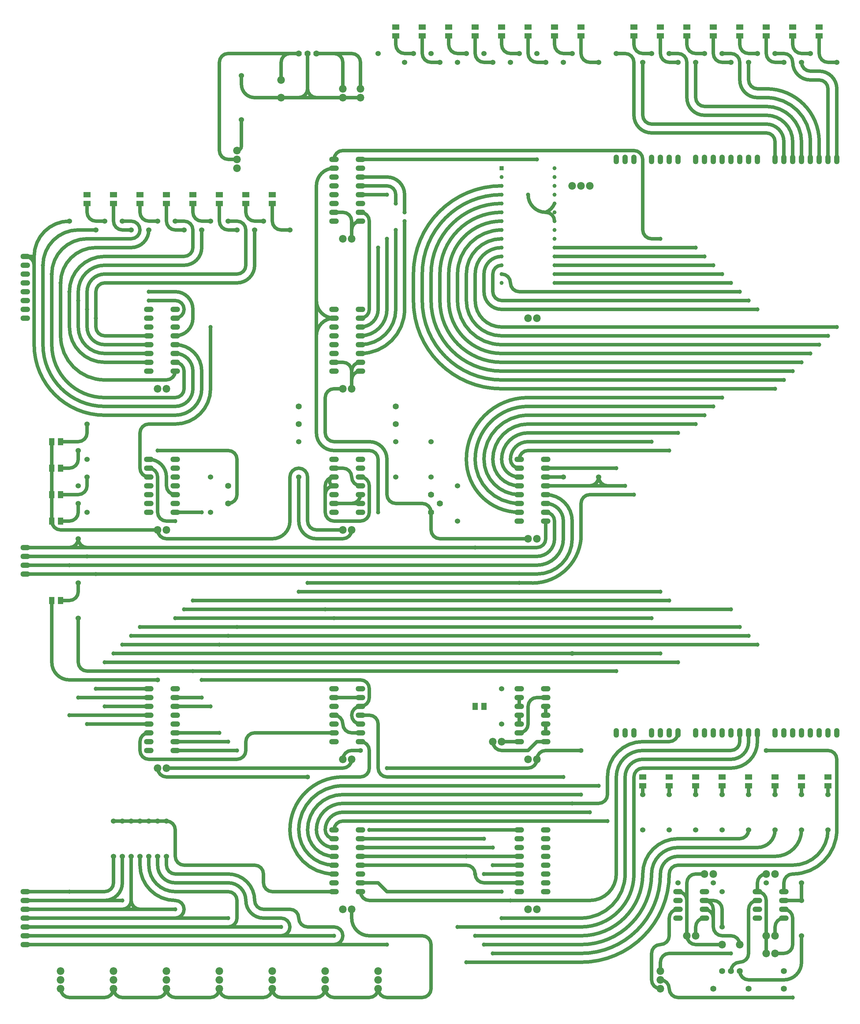
<source format=gbr>
G04 DesignSpark PCB Gerber Version 10.0 Build 5299*
%FSLAX35Y35*%
%MOIN*%
%ADD78O,0.06000X0.11000*%
%ADD84R,0.06000X0.08000*%
%ADD79R,0.04563X0.04563*%
%ADD11C,0.03937*%
%ADD80C,0.04563*%
%ADD76C,0.04800*%
%ADD77C,0.05600*%
%ADD81O,0.11000X0.06000*%
%ADD83R,0.08000X0.06000*%
%ADD71C,0.06000*%
%ADD18C,0.06890*%
%ADD82C,0.07000*%
%ADD20C,0.08661*%
X0Y0D02*
D02*
D11*
X20250Y500250D02*
X100250D01*
X20250Y520250D02*
X90250D01*
X20250Y860250D02*
G75*
G02*
X30250Y850250I0J-10000D01*
G01*
X20250Y860250D02*
X30250D01*
Y850250D02*
Y760250D01*
G75*
G03*
X110250Y680250I80000J0D01*
G01*
X190250D01*
G75*
G03*
X220250Y710250I0J30000D01*
G01*
Y730250D01*
G75*
G03*
X190250Y760250I-30000J0D01*
G01*
X30250Y860250D02*
G75*
G02*
X70250Y900250I40000J0D01*
G01*
X30250Y860250D02*
Y850250D01*
X40250D02*
G75*
G02*
X80250Y890250I40000J0D01*
G01*
X100250D01*
X50250Y560250D02*
G75*
G03*
X60250Y550250I10000J0D01*
G01*
X170250D01*
X50250Y560250D02*
Y590250D01*
Y620250D01*
Y650250D01*
Y840250D02*
G75*
G02*
X90250Y880250I40000J0D01*
G01*
X140250D01*
G75*
G03*
X150250Y890250I0J10000D01*
G01*
G75*
G03*
X140250Y900250I-10000J0D01*
G01*
X130250D01*
X60250Y30250D02*
G75*
G03*
X70250Y20250I10000J0D01*
G01*
X110250D01*
G75*
G03*
X120250Y30250I0J10000D01*
G01*
X60250Y470250D02*
X70250D01*
G75*
G03*
X80250Y480250I0J10000D01*
G01*
Y490250D01*
X60250Y830250D02*
G75*
G02*
X100250Y870250I40000J0D01*
G01*
X140250D01*
G75*
G03*
X160250Y890250I0J20000D01*
G01*
X70250Y140250D02*
X110250D01*
G75*
G03*
X120250Y150250I0J10000D01*
G01*
Y180250D01*
X70250Y140250D02*
X20250D01*
X70250Y340250D02*
X160250D01*
X70250Y510250D02*
X20250D01*
X70250Y530250D02*
X20250D01*
X70250Y820250D02*
G75*
G02*
X110250Y860250I40000J0D01*
G01*
X200250D01*
G75*
G03*
X210250Y870250I0J10000D01*
G01*
Y890250D01*
G75*
G03*
X200250Y900250I-10000J0D01*
G01*
X190250D01*
X80250Y360250D02*
X160250D01*
X80250Y450250D02*
Y400250D01*
G75*
G03*
X90250Y390250I10000J0D01*
G01*
X210250D01*
X80250Y540250D02*
G75*
G03*
X90250Y530250I10000J0D01*
G01*
X80250Y540250D02*
G75*
G02*
X70250Y530250I-10000J0D01*
G01*
X80250Y580250D02*
Y570250D01*
G75*
G02*
X70250Y560250I-10000J0D01*
G01*
X60250D01*
X80250Y640250D02*
Y630250D01*
G75*
G02*
X70250Y620250I-10000J0D01*
G01*
X60250D01*
X80250Y810250D02*
Y820250D01*
G75*
G02*
X110250Y850250I30000J0D01*
G01*
X200250D01*
G75*
G03*
X220250Y870250I0J20000D01*
G01*
Y890250D01*
X90250Y330250D02*
X160250D01*
X90250Y520250D02*
X600250D01*
G75*
G03*
X620250Y540250I0J20000D01*
G01*
Y560250D01*
G75*
G03*
X610250Y570250I-10000J0D01*
G01*
X90250Y530250D02*
X70250D01*
X90250Y610250D02*
Y600250D01*
G75*
G02*
X80250Y590250I-10000J0D01*
G01*
X60250D01*
X90250Y670250D02*
Y660250D01*
G75*
G02*
X80250Y650250I-10000J0D01*
G01*
X60250D01*
X90250Y800250D02*
Y820250D01*
G75*
G02*
X110250Y840250I20000J0D01*
G01*
X260250D01*
G75*
G03*
X270250Y850250I0J10000D01*
G01*
Y890250D01*
G75*
G03*
X260250Y900250I-10000J0D01*
G01*
X250250D01*
X100250Y370250D02*
X160250D01*
X100250Y500250D02*
X600250D01*
G75*
G03*
X640250Y540250I0J40000D01*
G01*
Y560250D01*
G75*
G03*
X610250Y590250I-30000J0D01*
G01*
X100250Y790250D02*
Y820250D01*
G75*
G02*
X110250Y830250I10000J0D01*
G01*
X260250D01*
G75*
G03*
X280250Y850250I0J20000D01*
G01*
Y890250D01*
X110250Y130250D02*
X20250D01*
X110250Y350250D02*
X160250D01*
X110250Y400250D02*
X760250D01*
X110250Y900250D02*
X100250D01*
G75*
G02*
X90250Y910250I0J10000D01*
G01*
Y920250D01*
X120250Y30250D02*
G75*
G03*
X130250Y20250I10000J0D01*
G01*
X170250D01*
G75*
G03*
X180250Y30250I0J10000D01*
G01*
X120250Y220250D02*
X130250D01*
X120250Y410250D02*
X640250D01*
X130250Y120250D02*
X20250D01*
X130250Y130250D02*
X110250D01*
X130250Y180250D02*
Y150250D01*
G75*
G02*
X110250Y130250I-20000J0D01*
G01*
X130250Y220250D02*
X140250D01*
X130250Y420250D02*
X240250D01*
X140250Y130250D02*
G75*
G03*
X150250Y120250I10000J0D01*
G01*
X140250Y130250D02*
G75*
G02*
X130250Y120250I-10000J0D01*
G01*
X140250Y180250D02*
Y130250D01*
Y220250D02*
X150250D01*
X140250Y430250D02*
X250250D01*
X140250Y890250D02*
X130250D01*
G75*
G02*
X120250Y900250I0J10000D01*
G01*
Y920250D01*
X150250Y120250D02*
X130250D01*
X150250Y180250D02*
Y170250D01*
G75*
G03*
X190250Y130250I40000J0D01*
G01*
G75*
G02*
X200250Y120250I0J-10000D01*
G01*
G75*
G02*
X190250Y110250I-10000J0D01*
G01*
X150250Y220250D02*
X160250D01*
X150250Y440250D02*
X260250D01*
X160250Y180250D02*
Y170250D01*
G75*
G03*
X190250Y140250I30000J0D01*
G01*
X250250D01*
G75*
G02*
X260250Y130250I0J-10000D01*
G01*
X160250Y220250D02*
X170250D01*
X160250Y320250D02*
G75*
G03*
X150250Y310250I0J-10000D01*
G01*
Y300250D01*
G75*
G03*
X160250Y290250I10000J0D01*
G01*
X260250D01*
G75*
G03*
X270250Y300250I0J10000D01*
G01*
Y310250D01*
G75*
G02*
X280250Y320250I10000J0D01*
G01*
X370250D01*
X160250Y610250D02*
G75*
G02*
X150250Y620250I0J10000D01*
G01*
Y660250D01*
G75*
G02*
X160250Y670250I10000J0D01*
G01*
X190250D01*
G75*
G03*
X230250Y710250I0J40000D01*
G01*
Y780250D01*
X160250Y620250D02*
G75*
G02*
X170250Y610250I0J-10000D01*
G01*
Y570250D01*
G75*
G03*
X180250Y560250I10000J0D01*
G01*
X190250D01*
X160250Y740250D02*
X110250D01*
G75*
G02*
X70250Y780250I0J40000D01*
G01*
Y820250D01*
X160250Y750250D02*
X110250D01*
G75*
G02*
X80250Y780250I0J30000D01*
G01*
Y810250D01*
X160250Y760250D02*
X110250D01*
G75*
G02*
X90250Y780250I0J20000D01*
G01*
Y800250D01*
X160250Y770250D02*
X110250D01*
G75*
G02*
X100250Y780250I0J10000D01*
G01*
Y790250D01*
X170250Y220250D02*
X180250D01*
X170250Y280250D02*
G75*
G03*
X180250Y270250I10000J0D01*
G01*
X340250D01*
X170250Y380250D02*
X70250D01*
G75*
G02*
X50250Y400250I0J20000D01*
G01*
Y470250D01*
X170250Y550250D02*
G75*
G03*
X180250Y540250I10000J0D01*
G01*
X300250D01*
G75*
G03*
X320250Y560250I0J20000D01*
G01*
Y610250D01*
G75*
G02*
X330250Y620250I10000J0D01*
G01*
G75*
G02*
X340250Y610250I0J-10000D01*
G01*
Y560250D01*
G75*
G03*
X350250Y550250I10000J0D01*
G01*
X380250D01*
X170250Y900250D02*
X160250D01*
G75*
G02*
X150250Y910250I0J10000D01*
G01*
Y920250D01*
X180250Y30250D02*
G75*
G03*
X190250Y20250I10000J0D01*
G01*
X230250D01*
G75*
G03*
X240250Y30250I0J10000D01*
G01*
X180250Y220250D02*
G75*
G02*
X190250Y210250I0J-10000D01*
G01*
Y180250D01*
G75*
G03*
X200250Y170250I10000J0D01*
G01*
X280250D01*
G75*
G02*
X290250Y160250I0J-10000D01*
G01*
Y150250D01*
G75*
G03*
X300250Y140250I10000J0D01*
G01*
X370250D01*
X180250Y280250D02*
X380250D01*
G75*
G03*
X390250Y290250I0J10000D01*
G01*
X190250Y110250D02*
X20250D01*
X190250Y120250D02*
X150250D01*
X190250Y300250D02*
X260250D01*
X190250Y310250D02*
X250250D01*
X190250Y320250D02*
X240250D01*
X190250Y450250D02*
X370250D01*
X190250Y590250D02*
G75*
G02*
X180250Y600250I0J10000D01*
G01*
Y610250D01*
G75*
G03*
X160250Y630250I-20000J0D01*
G01*
X190250Y730250D02*
G75*
G02*
X180250Y720250I-10000J0D01*
G01*
X110250D01*
G75*
G02*
X60250Y770250I0J50000D01*
G01*
Y830250D01*
X190250Y740250D02*
G75*
G02*
X200250Y730250I0J-10000D01*
G01*
Y710250D01*
G75*
G02*
X190250Y700250I-10000J0D01*
G01*
X110250D01*
G75*
G02*
X50250Y760250I0J60000D01*
G01*
Y840250D01*
X190250Y750250D02*
G75*
G02*
X210250Y730250I0J-20000D01*
G01*
Y710250D01*
G75*
G02*
X190250Y690250I-20000J0D01*
G01*
X110250D01*
G75*
G02*
X40250Y760250I0J70000D01*
G01*
Y850250D01*
X190250Y770250D02*
G75*
G03*
X210250Y790250I0J20000D01*
G01*
Y800250D01*
G75*
G03*
X190250Y820250I-20000J0D01*
G01*
X160250D01*
X190250Y790250D02*
G75*
G03*
X200250Y800250I0J10000D01*
G01*
G75*
G03*
X190250Y810250I-10000J0D01*
G01*
X160250D01*
X200250Y460250D02*
X360250D01*
X200250Y890250D02*
X190250D01*
G75*
G02*
X180250Y900250I0J10000D01*
G01*
Y920250D01*
X210250Y390250D02*
X690250D01*
X210250Y470250D02*
X750250D01*
X220250Y360250D02*
X190250D01*
X220250Y570250D02*
X190250D01*
X230250Y350250D02*
X190250D01*
X230250Y900250D02*
X220250D01*
G75*
G02*
X210250Y910250I0J10000D01*
G01*
Y920250D01*
X240250Y30250D02*
G75*
G03*
X250250Y20250I10000J0D01*
G01*
X290250D01*
G75*
G03*
X300250Y30250I0J10000D01*
G01*
X240250Y420250D02*
X850250D01*
X250250Y100250D02*
X20250D01*
X250250D02*
G75*
G03*
X260250Y110250I0J10000D01*
G01*
Y130250D01*
X250250Y110250D02*
X190250D01*
X250250Y430250D02*
X840250D01*
X250250Y580250D02*
G75*
G03*
X260250Y590250I0J10000D01*
G01*
Y630250D01*
G75*
G03*
X250250Y640250I-10000J0D01*
G01*
X170250D01*
X260250Y440250D02*
X830250D01*
X260250Y890250D02*
X250250D01*
G75*
G02*
X240250Y900250I0J10000D01*
G01*
Y920250D01*
X265250Y1015250D02*
Y985250D01*
G75*
G02*
X260250Y980250I-5000J0D01*
G01*
X265250Y1065250D02*
Y1055250D01*
G75*
G03*
X280250Y1040250I15000J0D01*
G01*
X310250D01*
X290250Y900250D02*
X280250D01*
G75*
G02*
X270250Y910250I0J10000D01*
G01*
Y920250D01*
X300250Y30250D02*
G75*
G03*
X310250Y20250I10000J0D01*
G01*
X350250D01*
G75*
G03*
X360250Y30250I0J10000D01*
G01*
X310250Y90250D02*
X20250D01*
X310250D02*
G75*
G03*
X320250Y100250I0J10000D01*
G01*
G75*
G03*
X310250Y110250I-10000J0D01*
G01*
X290250D01*
G75*
G02*
X270250Y130250I0J20000D01*
G01*
G75*
G03*
X250250Y150250I-20000J0D01*
G01*
X190250D01*
G75*
G02*
X170250Y170250I0J20000D01*
G01*
Y180250D01*
X310250Y100250D02*
X250250D01*
X310250Y1040250D02*
X330250D01*
X320250Y890250D02*
X310250D01*
G75*
G02*
X300250Y900250I0J10000D01*
G01*
Y920250D01*
X320250Y1090250D02*
G75*
G03*
X310250Y1080250I0J-10000D01*
G01*
Y1060250D01*
X320250Y1090250D02*
X250250D01*
G75*
G03*
X240250Y1080250I0J-10000D01*
G01*
Y980250D01*
G75*
G03*
X250250Y970250I10000J0D01*
G01*
X260250D01*
X330250Y480250D02*
X740250D01*
X330250Y610250D02*
Y560250D01*
G75*
G03*
X350250Y540250I20000J0D01*
G01*
X380250D01*
G75*
G03*
X390250Y550250I0J10000D01*
G01*
X330250Y1040250D02*
X350250D01*
X330250Y1090250D02*
X320250D01*
X340250Y1050250D02*
G75*
G03*
X350250Y1040250I10000J0D01*
G01*
X340250Y1050250D02*
G75*
G02*
X330250Y1040250I-10000J0D01*
G01*
X340250Y1090250D02*
Y1050250D01*
X350250Y770250D02*
G75*
G02*
X370250Y790250I20000J0D01*
G01*
X350250Y810250D02*
Y770250D01*
Y1040250D02*
X380250D01*
X360250Y30250D02*
G75*
G03*
X370250Y20250I10000J0D01*
G01*
X410250D01*
G75*
G03*
X420250Y30250I0J10000D01*
G01*
X360250Y80250D02*
X370250D01*
G75*
G03*
X380250Y90250I0J10000D01*
G01*
G75*
G03*
X370250Y100250I-10000J0D01*
G01*
X340250D01*
G75*
G02*
X330250Y110250I0J10000D01*
G01*
G75*
G03*
X320250Y120250I-10000J0D01*
G01*
X290250D01*
G75*
G02*
X280250Y130250I0J10000D01*
G01*
G75*
G03*
X250250Y160250I-30000J0D01*
G01*
X190250D01*
G75*
G02*
X180250Y170250I0J10000D01*
G01*
Y180250D01*
X360250Y80250D02*
X20250D01*
X360250Y460250D02*
X820250D01*
X360250Y590250D02*
Y570250D01*
G75*
G03*
X370250Y560250I10000J0D01*
G01*
X400250D01*
G75*
G03*
X410250Y570250I0J10000D01*
G01*
Y600250D01*
G75*
G03*
X400250Y610250I-10000J0D01*
G01*
X370250Y90250D02*
X310250D01*
X370250Y160250D02*
G75*
G02*
X320250Y210250I0J50000D01*
G01*
G75*
G02*
X380250Y270250I60000J0D01*
G01*
X400250D01*
G75*
G03*
X410250Y280250I0J10000D01*
G01*
Y300250D01*
G75*
G03*
X400250Y310250I-10000J0D01*
G01*
X370250Y170250D02*
G75*
G02*
X330250Y210250I0J40000D01*
G01*
G75*
G02*
X380250Y260250I50000J0D01*
G01*
X670250D01*
X370250Y190250D02*
G75*
G02*
X350250Y210250I0J20000D01*
G01*
G75*
G02*
X380250Y240250I30000J0D01*
G01*
X640250D01*
X370250Y210250D02*
G75*
G02*
X380250Y220250I10000J0D01*
G01*
X680250D01*
X370250Y340250D02*
G75*
G02*
X380250Y330250I0J-10000D01*
G01*
G75*
G03*
X390250Y320250I10000J0D01*
G01*
X400250D01*
X370250Y360250D02*
X400250D01*
X370250Y450250D02*
X730250D01*
X370250Y580250D02*
X390250D01*
X370250Y600250D02*
G75*
G03*
X360250Y590250I0J-10000D01*
G01*
X370250Y610250D02*
G75*
G03*
Y600250I0J-5000D01*
G01*
Y610250D02*
G75*
G03*
X360250Y600250I0J-10000D01*
G01*
Y590250D01*
X370250Y740250D02*
X380250D01*
G75*
G02*
X390250Y730250I0J-10000D01*
G01*
X370250Y790250D02*
G75*
G02*
X350250Y810250I0J20000D01*
G01*
X370250Y910250D02*
X380250D01*
G75*
G02*
X390250Y900250I0J-10000D01*
G01*
Y890250D01*
X370250Y960250D02*
G75*
G03*
X350250Y940250I0J-20000D01*
G01*
Y810250D01*
X370250Y1090250D02*
X350250D01*
X380250Y290250D02*
G75*
G02*
X390250Y300250I10000J0D01*
G01*
X400250D01*
X380250Y1040250D02*
X400250D01*
X380250Y1050250D02*
Y1080250D01*
G75*
G03*
X370250Y1090250I-10000J0D01*
G01*
X390250Y120250D02*
Y110250D01*
G75*
G03*
X410250Y90250I20000J0D01*
G01*
X430250D01*
X470250D01*
G75*
G02*
X480250Y80250I0J-10000D01*
G01*
Y30250D01*
G75*
G02*
X470250Y20250I-10000J0D01*
G01*
X430250D01*
G75*
G02*
X420250Y30250I0J10000D01*
G01*
X390250Y580250D02*
X400250D01*
X390250Y720250D02*
Y710250D01*
Y730250D02*
Y720250D01*
Y890250D02*
Y880250D01*
X400250Y140250D02*
G75*
G03*
X410250Y130250I10000J0D01*
G01*
X570250D01*
X400250Y150250D02*
X420250D01*
X430250Y140250D01*
X560250D01*
X400250Y170250D02*
X520250D01*
G75*
G02*
X530250Y160250I0J-10000D01*
G01*
X400250Y180250D02*
X520250D01*
X400250Y190250D02*
X550250D01*
X400250Y200250D02*
X540250D01*
X400250Y350250D02*
G75*
G03*
X410250Y360250I0J10000D01*
G01*
Y370250D01*
G75*
G03*
X400250Y380250I-10000J0D01*
G01*
X220250D01*
X400250Y350250D02*
G75*
G03*
X390250Y340250I0J-10000D01*
G01*
G75*
G03*
X400250Y330250I10000J0D01*
G01*
Y590250D02*
G75*
G02*
X390250Y580250I-10000J0D01*
G01*
X400250Y600250D02*
G75*
G02*
X390250Y610250I0J10000D01*
G01*
G75*
G03*
X380250Y620250I-10000J0D01*
G01*
X370250D01*
X400250Y730250D02*
G75*
G03*
X390250Y720250I0J-10000D01*
G01*
X400250Y740250D02*
G75*
G03*
X390250Y730250I0J-10000D01*
G01*
X400250Y790250D02*
G75*
G03*
X410250Y800250I0J10000D01*
G01*
Y900250D01*
G75*
G03*
X400250Y910250I-10000J0D01*
G01*
Y900250D02*
G75*
G03*
X390250Y890250I0J-10000D01*
G01*
X400250Y970250D02*
X600250D01*
X400250Y1050250D02*
Y1080250D01*
G75*
G03*
X390250Y1090250I-10000J0D01*
G01*
X370250D01*
X420250Y570250D02*
Y630250D01*
G75*
G03*
X410250Y640250I-10000J0D01*
G01*
X370250D01*
G75*
G02*
X350250Y660250I0J20000D01*
G01*
Y770250D01*
X420250Y870250D02*
Y800250D01*
G75*
G02*
X400250Y780250I-20000J0D01*
G01*
X430250Y80250D02*
X360250D01*
X430250Y280250D02*
X590250D01*
G75*
G03*
X600250Y290250I0J10000D01*
G01*
X430250Y880250D02*
Y800250D01*
G75*
G02*
X400250Y770250I-30000J0D01*
G01*
X430250Y930250D02*
X400250D01*
X440250Y890250D02*
Y800250D01*
G75*
G02*
X400250Y760250I-40000J0D01*
G01*
X440250Y920250D02*
Y930250D01*
G75*
G03*
X430250Y940250I-10000J0D01*
G01*
X400250D01*
X450250Y900250D02*
Y800250D01*
G75*
G02*
X400250Y750250I-50000J0D01*
G01*
X450250Y910250D02*
Y930250D01*
G75*
G03*
X430250Y950250I-20000J0D01*
G01*
X400250D01*
X460250Y1090250D02*
X450250D01*
G75*
G02*
X440250Y1100250I0J10000D01*
G01*
Y1110250D01*
X480250Y570250D02*
G75*
G03*
X470250Y580250I-10000J0D01*
G01*
X440250D01*
G75*
G02*
X430250Y590250I0J10000D01*
G01*
Y630250D01*
G75*
G03*
X410250Y650250I-20000J0D01*
G01*
X370250D01*
G75*
G02*
X360250Y660250I0J10000D01*
G01*
Y700250D01*
G75*
G02*
X370250Y710250I10000J0D01*
G01*
X380250D01*
X480250Y570250D02*
Y550250D01*
G75*
G03*
X490250Y540250I10000J0D01*
G01*
X590250D01*
X490250Y1080250D02*
X480250D01*
G75*
G02*
X470250Y1090250I0J10000D01*
G01*
Y1110250D01*
X520250Y60250D02*
X650250D01*
G75*
G03*
X750250Y160250I0J100000D01*
G01*
G75*
G02*
X760250Y170250I10000J0D01*
G01*
X890250D01*
G75*
G03*
X930250Y210250I0J40000D01*
G01*
X520250Y180250D02*
X580250D01*
X520250Y1090250D02*
X510250D01*
G75*
G02*
X500250Y1100250I0J10000D01*
G01*
Y1110250D01*
X530250Y530250D02*
X90250D01*
X540250Y80250D02*
X650250D01*
G75*
G03*
X730250Y160250I0J80000D01*
G01*
G75*
G02*
X760250Y190250I30000J0D01*
G01*
X850250D01*
G75*
G03*
X870250Y210250I0J20000D01*
G01*
X540250Y160250D02*
X580250D01*
X550250Y70250D02*
X650250D01*
G75*
G03*
X740250Y160250I0J90000D01*
G01*
G75*
G02*
X760250Y180250I20000J0D01*
G01*
X870250D01*
G75*
G03*
X900250Y210250I0J30000D01*
G01*
X550250Y170250D02*
X580250D01*
X550250Y310250D02*
G75*
G03*
X560250Y300250I10000J0D01*
G01*
X590250D01*
X600250Y310250D01*
X610250D01*
X550250Y1080250D02*
X540250D01*
G75*
G02*
X530250Y1090250I0J10000D01*
G01*
Y1110250D01*
X560250Y110250D02*
X650250D01*
G75*
G03*
X700250Y160250I0J50000D01*
G01*
Y170250D01*
X560250Y310250D02*
X580250D01*
X560250Y840250D02*
G75*
G02*
X570250Y830250I0J-10000D01*
G01*
G75*
G03*
X580250Y820250I10000J0D01*
G01*
X830250D01*
X560250Y850250D02*
G75*
G03*
X550250Y840250I0J-10000D01*
G01*
Y820250D01*
G75*
G03*
X560250Y810250I10000J0D01*
G01*
X840250D01*
X560250Y860250D02*
G75*
G03*
X540250Y840250I0J-20000D01*
G01*
Y820250D01*
G75*
G03*
X560250Y800250I20000J0D01*
G01*
X850250D01*
X560250Y870250D02*
G75*
G03*
X530250Y840250I0J-30000D01*
G01*
Y810250D01*
G75*
G03*
X560250Y780250I30000J0D01*
G01*
X940250D01*
X560250Y880250D02*
G75*
G03*
X520250Y840250I0J-40000D01*
G01*
Y810250D01*
G75*
G03*
X560250Y770250I40000J0D01*
G01*
X930250D01*
X560250Y890250D02*
G75*
G03*
X510250Y840250I0J-50000D01*
G01*
Y810250D01*
G75*
G03*
X560250Y760250I50000J0D01*
G01*
X920250D01*
X560250Y900250D02*
G75*
G03*
X500250Y840250I0J-60000D01*
G01*
Y810250D01*
G75*
G03*
X560250Y750250I60000J0D01*
G01*
X910250D01*
X560250Y910250D02*
G75*
G03*
X490250Y840250I0J-70000D01*
G01*
Y810250D01*
G75*
G03*
X560250Y740250I70000J0D01*
G01*
X900250D01*
X560250Y920250D02*
G75*
G03*
X480250Y840250I0J-80000D01*
G01*
Y810250D01*
G75*
G03*
X560250Y730250I80000J0D01*
G01*
X890250D01*
X560250Y930250D02*
G75*
G03*
X470250Y840250I0J-90000D01*
G01*
Y810250D01*
G75*
G03*
X560250Y720250I90000J0D01*
G01*
X880250D01*
X560250Y940250D02*
G75*
G03*
X460250Y840250I0J-100000D01*
G01*
Y810250D01*
G75*
G03*
X560250Y710250I100000J0D01*
G01*
X870250D01*
X580250Y150250D02*
X540250D01*
G75*
G02*
X530250Y160250I0J10000D01*
G01*
X580250Y210250D02*
X410250D01*
X580250Y340250D02*
Y330250D01*
Y360250D02*
Y350250D01*
Y490250D02*
X340250D01*
X580250Y570250D02*
G75*
G02*
X520250Y630250I0J60000D01*
G01*
G75*
G02*
X590250Y700250I70000J0D01*
G01*
X810250D01*
X580250Y580250D02*
G75*
G02*
X530250Y630250I0J50000D01*
G01*
G75*
G02*
X590250Y690250I60000J0D01*
G01*
X800250D01*
X580250Y590250D02*
G75*
G02*
X540250Y630250I0J40000D01*
G01*
G75*
G02*
X590250Y680250I50000J0D01*
G01*
X790250D01*
X580250Y600250D02*
G75*
G02*
X550250Y630250I0J30000D01*
G01*
G75*
G02*
X590250Y670250I40000J0D01*
G01*
X780250D01*
X580250Y610250D02*
G75*
G02*
X560250Y630250I0J20000D01*
G01*
G75*
G02*
X590250Y660250I30000J0D01*
G01*
X760250D01*
X580250Y620250D02*
G75*
G02*
X570250Y630250I0J10000D01*
G01*
G75*
G02*
X590250Y650250I20000J0D01*
G01*
X730250D01*
X580250Y630250D02*
G75*
G02*
X590250Y640250I10000J0D01*
G01*
X750250D01*
X580250Y1090250D02*
X570250D01*
G75*
G02*
X560250Y1100250I0J10000D01*
G01*
Y1110250D01*
X590250Y930250D02*
G75*
G03*
X610250Y910250I20000J0D01*
G01*
Y330250D02*
Y320250D01*
Y350250D02*
Y340250D01*
Y360250D02*
X600250D01*
G75*
G03*
X590250Y350250I0J-10000D01*
G01*
Y330250D01*
G75*
G02*
X580250Y320250I-10000J0D01*
G01*
X610250Y560250D02*
Y540250D01*
G75*
G02*
X600250Y530250I-10000J0D01*
G01*
X530250D01*
X610250Y580250D02*
G75*
G02*
X630250Y560250I0J-20000D01*
G01*
Y540250D01*
G75*
G02*
X600250Y510250I-30000J0D01*
G01*
X70250D01*
X610250Y600250D02*
X660250D01*
X610250Y610250D02*
X630250D01*
X610250Y620250D02*
X690250D01*
X610250Y910250D02*
G75*
G03*
X620250Y920250I-7071J17071D01*
G01*
X610250Y1080250D02*
X600250D01*
G75*
G02*
X590250Y1090250I0J10000D01*
G01*
Y1110250D01*
X620250Y830250D02*
X820250D01*
X620250Y840250D02*
X810250D01*
X620250Y850250D02*
X800250D01*
X620250Y860250D02*
X790250D01*
X620250Y870250D02*
X780250D01*
X620250Y900250D02*
G75*
G03*
X610250Y910250I-10000J0D01*
G01*
X630250Y270250D02*
X430250D01*
G75*
G02*
X420250Y280250I0J10000D01*
G01*
Y330250D01*
G75*
G03*
X410250Y340250I-10000J0D01*
G01*
X400250D01*
X640250Y240250D02*
X670250D01*
G75*
G03*
X680250Y250250I0J10000D01*
G01*
Y270250D01*
G75*
G02*
X720250Y310250I40000J0D01*
G01*
X750250D01*
G75*
G03*
X760250Y320250I0J10000D01*
G01*
X640250Y410250D02*
X740250D01*
X640250Y1090250D02*
X630250D01*
G75*
G02*
X620250Y1100250I0J10000D01*
G01*
Y1110250D01*
X650250Y130250D02*
X570250D01*
X650250Y250250D02*
X380250D01*
G75*
G03*
X340250Y210250I0J-40000D01*
G01*
G75*
G03*
X370250Y180250I30000J0D01*
G01*
X650250Y300250D02*
X610250D01*
G75*
G03*
X600250Y290250I0J-10000D01*
G01*
X660250Y230250D02*
X380250D01*
G75*
G03*
X360250Y210250I0J-20000D01*
G01*
G75*
G03*
X370250Y200250I10000J0D01*
G01*
X660250Y600250D02*
X680250D01*
X660250D02*
G75*
G03*
X670250Y610250I0J10000D01*
G01*
G75*
G03*
X680250Y600250I10000J0D01*
G01*
X670250Y1080250D02*
X660250D01*
G75*
G02*
X650250Y1090250I0J10000D01*
G01*
Y1110250D01*
X680250Y600250D02*
X700250D01*
Y170250D02*
Y270250D01*
G75*
G02*
X720250Y290250I20000J0D01*
G01*
X820250D01*
G75*
G03*
X840250Y310250I0J20000D01*
G01*
Y320250D01*
X710250Y590250D02*
X660250D01*
G75*
G03*
X650250Y580250I0J-10000D01*
G01*
Y540250D01*
G75*
G02*
X590250Y490250I-55000J5000D01*
G01*
X580250D01*
X720250Y250250D02*
Y260250D01*
Y1080250D02*
Y1020250D01*
G75*
G03*
X730250Y1010250I10000J0D01*
G01*
X860250D01*
G75*
G02*
X880250Y990250I0J-20000D01*
G01*
Y970250D01*
X730250Y1090250D02*
X720250D01*
G75*
G02*
X710250Y1100250I0J10000D01*
G01*
Y1110250D01*
X740250Y40250D02*
G75*
G02*
X750250Y30250I0J-10000D01*
G01*
G75*
G03*
X760250Y20250I10000J0D01*
G01*
X890250D01*
X740250Y880250D02*
X730250D01*
G75*
G02*
X720250Y890250I0J10000D01*
G01*
Y970250D01*
G75*
G03*
X710250Y980250I-10000J0D01*
G01*
X380250D01*
G75*
G03*
X370250Y970250I0J-10000D01*
G01*
X750250Y250250D02*
Y260250D01*
X760250Y120250D02*
G75*
G03*
X750250Y110250I0J-10000D01*
G01*
Y90250D01*
G75*
G02*
X740250Y80250I-10000J0D01*
G01*
G75*
G03*
X730250Y70250I0J-10000D01*
G01*
Y40250D01*
G75*
G03*
X740250Y30250I10000J0D01*
G01*
X760250Y140250D02*
G75*
G02*
X770250Y130250I0J-10000D01*
G01*
X760250Y1080250D02*
X750250D01*
G75*
G02*
X740250Y1090250I0J10000D01*
G01*
Y1110250D01*
X770250Y130250D02*
Y150250D01*
G75*
G02*
X780250Y160250I10000J0D01*
G01*
X790250D01*
X770250Y130250D02*
Y90250D01*
X780250Y250250D02*
Y260250D01*
Y1080250D02*
Y1040250D01*
G75*
G03*
X790250Y1030250I10000J0D01*
G01*
X860250D01*
G75*
G02*
X900250Y990250I0J-40000D01*
G01*
Y970250D01*
X790250Y110250D02*
G75*
G03*
X780250Y100250I0J-10000D01*
G01*
Y90250D01*
X790250Y130250D02*
X800250D01*
G75*
G02*
X810250Y120250I0J-10000D01*
G01*
Y100250D01*
X790250Y1090250D02*
X780250D01*
G75*
G02*
X770250Y1100250I0J10000D01*
G01*
Y1110250D01*
X800250Y110250D02*
Y100250D01*
G75*
G03*
X810250Y90250I10000J0D01*
G01*
X820250D01*
G75*
G02*
X830250Y80250I0J-10000D01*
G01*
X800250Y110250D02*
G75*
G03*
X790250Y120250I-10000J0D01*
G01*
X800250Y110250D02*
Y120250D01*
G75*
G03*
X790250Y130250I-10000J0D01*
G01*
X810250Y80250D02*
X780250D01*
G75*
G02*
X770250Y90250I0J10000D01*
G01*
X810250Y250250D02*
Y260250D01*
X820250Y50250D02*
G75*
G02*
X830250Y60250I10000J0D01*
G01*
G75*
G03*
X840250Y70250I0J10000D01*
G01*
Y120250D01*
G75*
G02*
X850250Y130250I10000J0D01*
G01*
X820250Y70250D02*
X750250D01*
G75*
G03*
X740250Y60250I0J-10000D01*
G01*
Y50250D01*
X820250Y1080250D02*
X810250D01*
G75*
G02*
X800250Y1090250I0J10000D01*
G01*
Y1110250D01*
X830250Y50250D02*
G75*
G03*
X840250Y40250I10000J0D01*
G01*
X880250D01*
G75*
G03*
X900250Y60250I0J20000D01*
G01*
Y90250D01*
X830250Y320250D02*
Y310250D01*
G75*
G02*
X820250Y300250I-10000J0D01*
G01*
X720250D01*
G75*
G03*
X690250Y270250I0J-30000D01*
G01*
Y160250D01*
G75*
G02*
X660250Y130250I-30000J0D01*
G01*
X650250D01*
X840250Y210250D02*
G75*
G02*
X830250Y200250I-10000J0D01*
G01*
X760250D01*
G75*
G03*
X720250Y160250I0J-40000D01*
G01*
G75*
G02*
X650250Y90250I-70000J0D01*
G01*
X530250D01*
X840250Y250250D02*
Y260250D01*
Y1080250D02*
Y1060250D01*
G75*
G03*
X850250Y1050250I10000J0D01*
G01*
X860250D01*
G75*
G02*
X920250Y990250I0J-60000D01*
G01*
Y970250D01*
X850250Y320250D02*
Y310250D01*
G75*
G02*
X820250Y280250I-30000J0D01*
G01*
X720250D01*
G75*
G03*
X710250Y270250I0J-10000D01*
G01*
Y160250D01*
G75*
G02*
X650250Y100250I-60000J0D01*
G01*
X510250D01*
X850250Y1090250D02*
X840250D01*
G75*
G02*
X830250Y1100250I0J10000D01*
G01*
Y1110250D01*
X860250Y70250D02*
Y90250D01*
Y130250D01*
G75*
G03*
X850250Y140250I-10000J0D01*
G01*
X860250Y160250D02*
G75*
G03*
X850250Y150250I0J-10000D01*
G01*
Y140250D01*
X870250Y70250D02*
X880250D01*
G75*
G03*
X890250Y80250I0J10000D01*
G01*
Y110250D01*
G75*
G03*
X880250Y120250I-10000J0D01*
G01*
X870250Y90250D02*
Y100250D01*
G75*
G02*
X880250Y110250I10000J0D01*
G01*
X870250Y250250D02*
Y260250D01*
Y970250D02*
Y990250D01*
G75*
G03*
X860250Y1000250I-10000J0D01*
G01*
X730250D01*
G75*
G02*
X710250Y1020250I0J20000D01*
G01*
Y1080250D01*
G75*
G03*
X700250Y1090250I-10000J0D01*
G01*
X690250D01*
X870250D02*
X880250D01*
G75*
G02*
X890250Y1080250I0J-10000D01*
G01*
G75*
G03*
X910250Y1060250I20000J0D01*
G01*
X920250D01*
G75*
G02*
X930250Y1050250I0J-10000D01*
G01*
Y1040250D01*
X880250Y140250D02*
Y150250D01*
G75*
G02*
X890250Y160250I10000J0D01*
G01*
G75*
G03*
X940250Y210250I0J50000D01*
G01*
Y290250D01*
G75*
G03*
X930250Y300250I-10000J0D01*
G01*
X860250D01*
X880250Y1080250D02*
X870250D01*
G75*
G02*
X860250Y1090250I0J10000D01*
G01*
Y1110250D01*
X890250Y970250D02*
Y990250D01*
G75*
G03*
X860250Y1020250I-30000J0D01*
G01*
X790250D01*
G75*
G02*
X770250Y1040250I0J20000D01*
G01*
Y1080250D01*
G75*
G03*
X760250Y1090250I-10000J0D01*
G01*
X750250D01*
X900250Y130250D02*
Y150250D01*
Y130250D02*
X880250D01*
X900250Y250250D02*
Y260250D01*
Y1080250D02*
G75*
G03*
X910250Y1070250I10000J0D01*
G01*
X920250D01*
G75*
G02*
X940250Y1050250I0J-20000D01*
G01*
Y970250D01*
X910250D02*
Y990250D01*
G75*
G03*
X860250Y1040250I-50000J0D01*
G01*
X850250D01*
G75*
G02*
X830250Y1060250I0J20000D01*
G01*
Y1080250D01*
G75*
G03*
X820250Y1090250I-10000J0D01*
G01*
X810250D01*
X910250D02*
X900250D01*
G75*
G02*
X890250Y1100250I0J10000D01*
G01*
Y1110250D01*
X930250Y250250D02*
Y260250D01*
Y970250D02*
Y1040250D01*
X940250Y1080250D02*
X930250D01*
G75*
G02*
X920250Y1090250I0J10000D01*
G01*
Y1110250D01*
D02*
D18*
X250250Y580250D03*
Y600250D03*
X330250Y670250D03*
Y690250D03*
X440250Y670250D03*
Y690250D03*
X800250Y30250D03*
X810250Y50250D03*
X820250D03*
X830250D03*
X840250Y30250D03*
X880250D03*
Y50250D03*
D02*
D71*
X70250Y900250D03*
X80250Y450250D03*
Y490250D03*
Y540250D03*
Y580250D03*
Y600250D03*
Y640250D03*
X90250Y570250D03*
Y610250D03*
Y630250D03*
Y670250D03*
X100250Y890250D03*
X110250Y900250D03*
X120250Y180250D03*
Y220250D03*
X130250Y180250D03*
Y220250D03*
Y900250D03*
X140250Y180250D03*
Y220250D03*
Y890250D03*
X150250Y180250D03*
Y220250D03*
X160250Y180250D03*
Y220250D03*
Y890250D03*
X170250Y180250D03*
Y220250D03*
Y900250D03*
X180250Y180250D03*
Y220250D03*
X190250Y900250D03*
X200250Y890250D03*
X220250D03*
X230250Y570250D03*
Y610250D03*
Y900250D03*
X250250D03*
X260250Y890250D03*
X265250Y1015250D03*
Y1065250D03*
X280250Y890250D03*
X290250Y900250D03*
X320250Y890250D03*
X330250Y610250D03*
Y650250D03*
X420250Y1090250D03*
X440250Y610250D03*
Y650250D03*
X450250Y1080250D03*
X460250Y1090250D03*
X480250Y610250D03*
Y650250D03*
Y1090250D03*
X490250Y1080250D03*
X510250Y560250D03*
Y600250D03*
Y1080250D03*
X520250Y1090250D03*
X540250D03*
X550250Y1080250D03*
X560250Y330250D03*
Y370250D03*
X570250Y1080250D03*
X580250Y1090250D03*
X600250D03*
X610250Y1080250D03*
X630250Y610250D03*
Y1080250D03*
X640250Y1090250D03*
X670250Y610250D03*
Y1080250D03*
X690250Y1090250D03*
X720250Y210250D03*
Y250250D03*
Y1080250D03*
X730250Y1090250D03*
X750250Y210250D03*
Y250250D03*
Y1090250D03*
X760250Y150250D03*
Y1080250D03*
X780250Y210250D03*
Y250250D03*
Y1080250D03*
X790250Y1090250D03*
X800250Y150250D03*
X810250Y100250D03*
Y140250D03*
Y210250D03*
Y250250D03*
Y1090250D03*
X820250Y1080250D03*
X840250Y210250D03*
Y250250D03*
Y1080250D03*
X850250Y1090250D03*
X860250Y150250D03*
X870250Y210250D03*
Y250250D03*
Y1090250D03*
X880250Y1080250D03*
X900250Y90250D03*
Y130250D03*
Y150250D03*
Y210250D03*
Y250250D03*
Y1080250D03*
X910250Y1090250D03*
X930250Y210250D03*
Y250250D03*
X940250Y1080250D03*
D02*
D20*
X60250Y30250D03*
Y40250D03*
Y50250D03*
X120250Y30250D03*
Y40250D03*
Y50250D03*
X170250Y280250D03*
Y550250D03*
Y710250D03*
X180250Y30250D03*
Y40250D03*
Y50250D03*
Y280250D03*
Y550250D03*
Y710250D03*
X240250Y30250D03*
Y40250D03*
Y50250D03*
X260250Y960250D03*
Y970250D03*
Y980250D03*
X300250Y30250D03*
Y40250D03*
Y50250D03*
X310250Y1040250D03*
Y1060250D03*
X360250Y30250D03*
Y40250D03*
Y50250D03*
X380250Y120250D03*
Y290250D03*
Y550250D03*
Y710250D03*
Y880250D03*
Y1040250D03*
Y1050250D03*
X390250Y120250D03*
Y290250D03*
Y550250D03*
Y710250D03*
Y880250D03*
X400250Y1040250D03*
Y1050250D03*
X420250Y30250D03*
Y40250D03*
Y50250D03*
X550250Y310250D03*
X560250D03*
X590250Y120250D03*
Y290250D03*
Y540250D03*
Y790250D03*
X600250Y120250D03*
Y290250D03*
Y540250D03*
Y790250D03*
X640250Y940250D03*
X650250D03*
X660250D03*
X740250Y30250D03*
Y40250D03*
Y50250D03*
X770250Y90250D03*
X780250D03*
X790250Y160250D03*
X800250D03*
X810250Y80250D03*
X830250D03*
X860250Y70250D03*
Y90250D03*
Y160250D03*
X870250Y70250D03*
Y90250D03*
Y160250D03*
D02*
D76*
X40250Y850250D03*
X50250Y840250D03*
X60250Y830250D03*
X70250Y140250D03*
Y340250D03*
Y510250D03*
Y820250D03*
X80250Y360250D03*
Y810250D03*
X90250Y330250D03*
Y520250D03*
Y800250D03*
X100250Y370250D03*
Y500250D03*
Y790250D03*
X110250Y350250D03*
Y400250D03*
X120250Y410250D03*
X130250Y130250D03*
Y420250D03*
X140250Y430250D03*
X150250Y440250D03*
X160250Y810250D03*
Y820250D03*
X170250Y640250D03*
X190250Y120250D03*
Y450250D03*
Y560250D03*
X200250Y460250D03*
X210250Y390250D03*
Y470250D03*
X220250Y360250D03*
Y380250D03*
Y570250D03*
X230250Y350250D03*
Y780250D03*
X240250Y320250D03*
Y420250D03*
X250250Y110250D03*
Y310250D03*
Y430250D03*
X260250Y300250D03*
Y440250D03*
X310250Y100250D03*
X330250Y480250D03*
X340250Y490250D03*
X360250Y460250D03*
X370250Y90250D03*
Y450250D03*
X410250Y210250D03*
X420250Y570250D03*
Y870250D03*
X430250Y80250D03*
Y280250D03*
Y880250D03*
Y930250D03*
X440250Y890250D03*
Y920250D03*
X450250Y900250D03*
Y910250D03*
X510250Y100250D03*
X520250Y60250D03*
Y180250D03*
X530250Y90250D03*
Y160250D03*
Y530250D03*
X540250Y80250D03*
Y160250D03*
Y200250D03*
X550250Y70250D03*
Y170250D03*
Y190250D03*
X560250Y110250D03*
Y140250D03*
X570250Y130250D03*
X580250Y490250D03*
X590250Y930250D03*
X600250Y970250D03*
X630250Y270250D03*
X640250Y240250D03*
X650250Y250250D03*
X660250Y230250D03*
X670250Y260250D03*
X680250Y220250D03*
X690250Y390250D03*
Y620250D03*
X700250Y600250D03*
X710250Y590250D03*
X730250Y450250D03*
Y650250D03*
X740250Y410250D03*
Y480250D03*
Y880250D03*
X750250Y470250D03*
Y640250D03*
X760250Y400250D03*
Y660250D03*
X780250Y670250D03*
Y870250D03*
X790250Y680250D03*
Y860250D03*
X800250Y690250D03*
Y850250D03*
X810250Y700250D03*
Y840250D03*
X820250Y70250D03*
Y460250D03*
Y830250D03*
X830250Y440250D03*
Y820250D03*
X840250Y430250D03*
Y810250D03*
X850250Y420250D03*
Y800250D03*
X870250Y710250D03*
X880250Y720250D03*
X890250Y20250D03*
Y730250D03*
X900250Y740250D03*
X910250Y750250D03*
X920250Y760250D03*
X930250Y770250D03*
X940250Y780250D03*
D02*
D77*
X170250Y380250D03*
X340250Y270250D03*
X400250Y300250D03*
X640250Y410250D03*
X650250Y300250D03*
X860250D03*
D02*
D78*
X690250Y320250D03*
Y970250D03*
X700250Y320250D03*
Y970250D03*
X710250Y320250D03*
Y970250D03*
X730250Y320250D03*
Y970250D03*
X740250Y320250D03*
Y970250D03*
X750250Y320250D03*
Y970250D03*
X760250Y320250D03*
Y970250D03*
X780250Y320250D03*
Y970250D03*
X790250Y320250D03*
Y970250D03*
X800250Y320250D03*
Y970250D03*
X810250Y320250D03*
Y970250D03*
X820250Y320250D03*
Y970250D03*
X830250Y320250D03*
Y970250D03*
X840250Y320250D03*
Y970250D03*
X850250Y320250D03*
Y970250D03*
X870250Y320250D03*
Y970250D03*
X880250Y320250D03*
Y970250D03*
X890250Y320250D03*
Y970250D03*
X900250Y320250D03*
Y970250D03*
X910250Y320250D03*
Y970250D03*
X920250Y320250D03*
Y970250D03*
X930250Y320250D03*
Y970250D03*
X940250Y320250D03*
Y970250D03*
D02*
D79*
X560250Y960250D03*
D02*
D80*
Y830250D03*
Y840250D03*
Y850250D03*
Y860250D03*
Y870250D03*
Y880250D03*
Y890250D03*
Y900250D03*
Y910250D03*
Y920250D03*
Y930250D03*
Y940250D03*
Y950250D03*
X620250Y830250D03*
Y840250D03*
Y850250D03*
Y860250D03*
Y870250D03*
Y880250D03*
Y890250D03*
Y900250D03*
Y910250D03*
Y920250D03*
Y930250D03*
Y940250D03*
Y950250D03*
Y960250D03*
D02*
D81*
X20250Y80250D03*
Y90250D03*
Y100250D03*
Y110250D03*
Y120250D03*
Y130250D03*
Y140250D03*
Y500250D03*
Y510250D03*
Y520250D03*
Y530250D03*
Y790250D03*
Y800250D03*
Y810250D03*
Y820250D03*
Y830250D03*
Y840250D03*
Y850250D03*
Y860250D03*
X160250Y300250D03*
Y310250D03*
Y320250D03*
Y330250D03*
Y340250D03*
Y350250D03*
Y360250D03*
Y370250D03*
Y570250D03*
Y580250D03*
Y590250D03*
Y600250D03*
Y610250D03*
Y620250D03*
Y630250D03*
Y730250D03*
Y740250D03*
Y750250D03*
Y760250D03*
Y770250D03*
Y780250D03*
Y790250D03*
Y800250D03*
X190250Y300250D03*
Y310250D03*
Y320250D03*
Y330250D03*
Y340250D03*
Y350250D03*
Y360250D03*
Y370250D03*
Y570250D03*
Y580250D03*
Y590250D03*
Y600250D03*
Y610250D03*
Y620250D03*
Y630250D03*
Y730250D03*
Y740250D03*
Y750250D03*
Y760250D03*
Y770250D03*
Y780250D03*
Y790250D03*
Y800250D03*
X370250Y140250D03*
Y150250D03*
Y160250D03*
Y170250D03*
Y180250D03*
Y190250D03*
Y200250D03*
Y210250D03*
Y310250D03*
Y320250D03*
Y330250D03*
Y340250D03*
Y350250D03*
Y360250D03*
Y370250D03*
Y570250D03*
Y580250D03*
Y590250D03*
Y600250D03*
Y610250D03*
Y620250D03*
Y630250D03*
Y730250D03*
Y740250D03*
Y750250D03*
Y760250D03*
Y770250D03*
Y780250D03*
Y790250D03*
Y800250D03*
Y900250D03*
Y910250D03*
Y920250D03*
Y930250D03*
Y940250D03*
Y950250D03*
Y960250D03*
Y970250D03*
X400250Y140250D03*
Y150250D03*
Y160250D03*
Y170250D03*
Y180250D03*
Y190250D03*
Y200250D03*
Y210250D03*
Y310250D03*
Y320250D03*
Y330250D03*
Y340250D03*
Y350250D03*
Y360250D03*
Y370250D03*
Y570250D03*
Y580250D03*
Y590250D03*
Y600250D03*
Y610250D03*
Y620250D03*
Y630250D03*
Y730250D03*
Y740250D03*
Y750250D03*
Y760250D03*
Y770250D03*
Y780250D03*
Y790250D03*
Y800250D03*
Y900250D03*
Y910250D03*
Y920250D03*
Y930250D03*
Y940250D03*
Y950250D03*
Y960250D03*
Y970250D03*
X580250Y140250D03*
Y150250D03*
Y160250D03*
Y170250D03*
Y180250D03*
Y190250D03*
Y200250D03*
Y210250D03*
Y310250D03*
Y320250D03*
Y330250D03*
Y340250D03*
Y350250D03*
Y360250D03*
Y370250D03*
Y560250D03*
Y570250D03*
Y580250D03*
Y590250D03*
Y600250D03*
Y610250D03*
Y620250D03*
Y630250D03*
X610250Y140250D03*
Y150250D03*
Y160250D03*
Y170250D03*
Y180250D03*
Y190250D03*
Y200250D03*
Y210250D03*
Y310250D03*
Y320250D03*
Y330250D03*
Y340250D03*
Y350250D03*
Y360250D03*
Y370250D03*
Y560250D03*
Y570250D03*
Y580250D03*
Y590250D03*
Y600250D03*
Y610250D03*
Y620250D03*
Y630250D03*
X760250Y110250D03*
Y120250D03*
Y130250D03*
Y140250D03*
X790250Y110250D03*
Y120250D03*
Y130250D03*
Y140250D03*
X850250Y110250D03*
Y120250D03*
Y130250D03*
Y140250D03*
X880250Y110250D03*
Y120250D03*
Y130250D03*
Y140250D03*
D02*
D82*
X330250Y1090250D03*
X340250D03*
X350250D03*
X480250Y570250D03*
Y590250D03*
X490250Y580250D03*
D02*
D83*
X90250Y920250D03*
Y930250D03*
X120250Y920250D03*
Y930250D03*
X150250Y920250D03*
Y930250D03*
X180250Y920250D03*
Y930250D03*
X210250Y920250D03*
Y930250D03*
X240250Y920250D03*
Y930250D03*
X270250Y920250D03*
Y930250D03*
X300250Y920250D03*
Y930250D03*
X440250Y1110250D03*
Y1120250D03*
X470250Y1110250D03*
Y1120250D03*
X500250Y1110250D03*
Y1120250D03*
X530250Y1110250D03*
Y1120250D03*
X560250Y1110250D03*
Y1120250D03*
X590250Y1110250D03*
Y1120250D03*
X620250Y1110250D03*
Y1120250D03*
X650250Y1110250D03*
Y1120250D03*
X710250Y1110250D03*
Y1120250D03*
X720250Y260250D03*
Y270250D03*
X740250Y1110250D03*
Y1120250D03*
X750250Y260250D03*
Y270250D03*
X770250Y1110250D03*
Y1120250D03*
X780250Y260250D03*
Y270250D03*
X800250Y1110250D03*
Y1120250D03*
X810250Y260250D03*
Y270250D03*
X830250Y1110250D03*
Y1120250D03*
X840250Y260250D03*
Y270250D03*
X860250Y1110250D03*
Y1120250D03*
X870250Y260250D03*
Y270250D03*
X890250Y1110250D03*
Y1120250D03*
X900250Y260250D03*
Y270250D03*
X920250Y1110250D03*
Y1120250D03*
X930250Y260250D03*
Y270250D03*
D02*
D84*
X50250Y470250D03*
Y560250D03*
Y590250D03*
Y620250D03*
Y650250D03*
X60250Y470250D03*
Y560250D03*
Y590250D03*
Y620250D03*
Y650250D03*
X530250Y350250D03*
X540250D03*
X0Y0D02*
M02*

</source>
